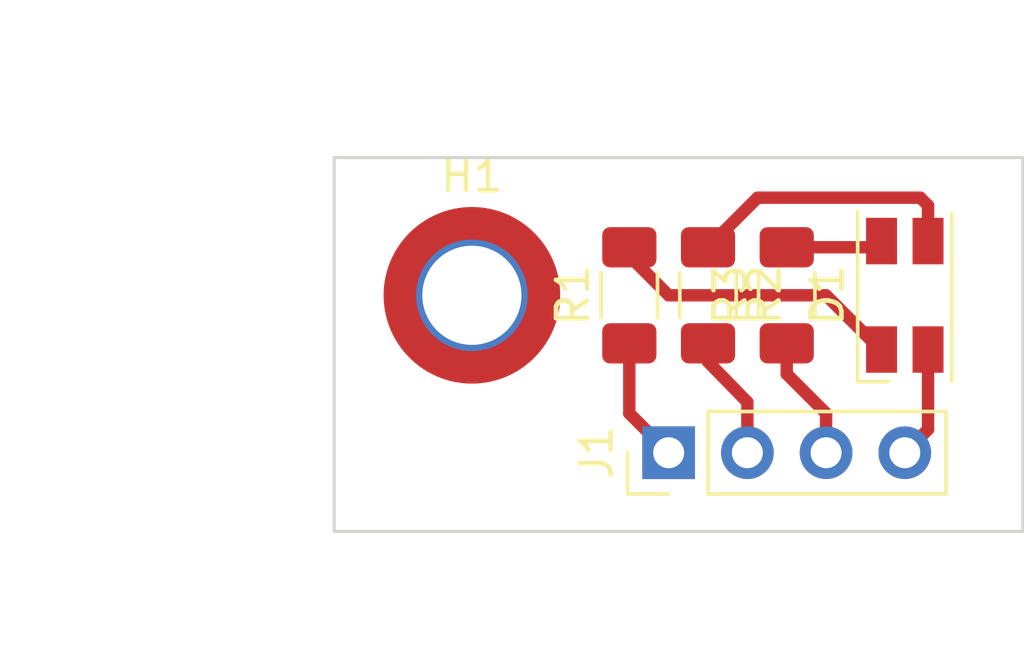
<source format=kicad_pcb>
(kicad_pcb (version 20221018) (generator pcbnew)
  (title_block (title "Beaucoup RGB") (date "2023-07-13") (rev "Rev A") (company "Santa Chiara Fab Lab") (comment 1 "Simone Guercio"))
  (layers (0 "F.Cu" signal) (31 "B.Cu" signal) (34 "B.Paste" user) (35 "F.Paste" user) (36 "B.SilkS" user "B.Silkscreen") (37 "F.SilkS" user "F.Silkscreen") (38 "B.Mask" user) (39 "F.Mask" user) (44 "Edge.Cuts" user))
  (net 0 "")
  (net 1 "Net-(D1-RK)")
  (net 2 "Net-(D1-A)")
  (net 3 "Net-(D1-BK)")
  (net 4 "Net-(D1-GK)")
  (net 5 "Net-(J1-Pin_1)")
  (net 6 "Net-(J1-Pin_2)")
  (net 7 "Net-(J1-Pin_3)")
  (footprint "Resistor_SMD:R_1206_3216Metric_Pad1.30x1.75mm_HandSolder" (layer "F.Cu") (at 161.29 96.52 90)
    (fp_text reference "R3" (at 0 -1.82 90) (layer "F.SilkS"))
    (fp_text value "R_Small_US")
    (fp_line (start -0.727064 -0.91) (end 0.727064 -0.91) (stroke (width 0.12)) (layer "F.SilkS"))
    (fp_line (start -0.727064 0.91) (end 0.727064 0.91) (stroke (width 0.12)) (layer "F.SilkS"))
    (pad "1" smd roundrect (at -1.55 0 90) (size 1.3 1.75) (layers "F.Cu" "F.Paste" "F.Mask") (roundrect_rratio 0.1923076923) (net 7 "Net-(J1-Pin_3)"))
    (pad "2" smd roundrect (at 1.55 0 90) (size 1.3 1.75) (layers "F.Cu" "F.Paste" "F.Mask") (roundrect_rratio 0.1923076923) (net 4 "Net-(D1-GK)"))
  )
  (footprint "Connector_PinHeader_2.54mm:PinHeader_1x04_P2.54mm_Vertical" (layer "F.Cu") (at 157.48 101.6 90)
    (fp_text reference "J1" (at 0 -2.33 90) (layer "F.SilkS"))
    (fp_text value "Conn_01x04_Pin")
    (fp_line (start -1.33 -1.33) (end 0 -1.33) (stroke (width 0.12)) (layer "F.SilkS"))
    (fp_line (start -1.33 0) (end -1.33 -1.33) (stroke (width 0.12)) (layer "F.SilkS"))
    (fp_line (start -1.33 1.27) (end -1.33 8.95) (stroke (width 0.12)) (layer "F.SilkS"))
    (fp_line (start -1.33 1.27) (end 1.33 1.27) (stroke (width 0.12)) (layer "F.SilkS"))
    (fp_line (start -1.33 8.95) (end 1.33 8.95) (stroke (width 0.12)) (layer "F.SilkS"))
    (fp_line (start 1.33 1.27) (end 1.33 8.95) (stroke (width 0.12)) (layer "F.SilkS"))
    (pad "1" thru_hole rect (at 0 0 90) (size 1.7 1.7) (drill 1) (layers "*.Cu" "*.Mask") (net 5 "Net-(J1-Pin_1)"))
    (pad "2" thru_hole oval (at 0 2.54 90) (size 1.7 1.7) (drill 1) (layers "*.Cu" "*.Mask") (net 6 "Net-(J1-Pin_2)"))
    (pad "3" thru_hole oval (at 0 5.08 90) (size 1.7 1.7) (drill 1) (layers "*.Cu" "*.Mask") (net 7 "Net-(J1-Pin_3)"))
    (pad "4" thru_hole oval (at 0 7.62 90) (size 1.7 1.7) (drill 1) (layers "*.Cu" "*.Mask") (net 2 "Net-(D1-A)"))
  )
  (footprint "fab:LED_RGB_CreeLED_CLV1A-FKB" (layer "F.Cu") (at 165.1 96.52 90)
    (fp_text reference "D1" (at 0 -2.5 90) (layer "F.SilkS"))
    (fp_text value "LED_RGB_CreeLED_PLCC4")
    (fp_line (start -2.79 -0.52) (end -2.79 -1.52) (stroke (width 0.12)) (layer "F.SilkS"))
    (fp_line (start 2.63 1.52) (end -2.77 1.52) (stroke (width 0.12)) (layer "F.SilkS"))
    (fp_line (start 2.71 -1.52) (end -2.79 -1.52) (stroke (width 0.12)) (layer "F.SilkS"))
    (pad "1" smd rect (at -1.75 -0.75 270) (size 1.5 1) (layers "F.Cu" "F.Paste" "F.Mask") (net 1 "Net-(D1-RK)"))
    (pad "2" smd rect (at -1.75 0.75 270) (size 1.5 1) (layers "F.Cu" "F.Paste" "F.Mask") (net 2 "Net-(D1-A)"))
    (pad "3" smd rect (at 1.75 0.75 270) (size 1.5 1) (layers "F.Cu" "F.Paste" "F.Mask") (net 3 "Net-(D1-BK)"))
    (pad "4" smd rect (at 1.75 -0.75 270) (size 1.5 1) (layers "F.Cu" "F.Paste" "F.Mask") (net 4 "Net-(D1-GK)"))
  )
  (footprint "Resistor_SMD:R_1206_3216Metric_Pad1.30x1.75mm_HandSolder" (layer "F.Cu") (at 156.21 96.52 90)
    (fp_text reference "R1" (at 0 -1.82 90) (layer "F.SilkS"))
    (fp_text value "R_Small_US")
    (fp_line (start -0.727064 -0.91) (end 0.727064 -0.91) (stroke (width 0.12)) (layer "F.SilkS"))
    (fp_line (start -0.727064 0.91) (end 0.727064 0.91) (stroke (width 0.12)) (layer "F.SilkS"))
    (pad "1" smd roundrect (at -1.55 0 90) (size 1.3 1.75) (layers "F.Cu" "F.Paste" "F.Mask") (roundrect_rratio 0.1923076923) (net 5 "Net-(J1-Pin_1)"))
    (pad "2" smd roundrect (at 1.55 0 90) (size 1.3 1.75) (layers "F.Cu" "F.Paste" "F.Mask") (roundrect_rratio 0.1923076923) (net 1 "Net-(D1-RK)"))
  )
  (footprint "MountingHole:MountingHole_3.2mm_M3_ISO7380_Pad_TopOnly" (layer "F.Cu") (at 151.13 96.52)
    (fp_text reference "H1" (at 0 -3.85) (layer "F.SilkS"))
    (fp_text value "MountingHole")
    (pad "1" thru_hole circle (at 0 0) (size 3.6 3.6) (drill 3.2) (layers "*.Cu" "*.Mask"))
    (pad "1" connect circle (at 0 0) (size 5.7 5.7) (layers "F.Cu" "F.Mask"))
  )
  (footprint "Resistor_SMD:R_1206_3216Metric_Pad1.30x1.75mm_HandSolder" (layer "F.Cu") (at 158.75 96.52 -90)
    (fp_text reference "R2" (at 0 -1.82 90) (layer "F.SilkS"))
    (fp_text value "R_Small_US")
    (fp_line (start -0.727064 -0.91) (end 0.727064 -0.91) (stroke (width 0.12)) (layer "F.SilkS"))
    (fp_line (start -0.727064 0.91) (end 0.727064 0.91) (stroke (width 0.12)) (layer "F.SilkS"))
    (pad "1" smd roundrect (at -1.55 0 270) (size 1.3 1.75) (layers "F.Cu" "F.Paste" "F.Mask") (roundrect_rratio 0.1923076923) (net 3 "Net-(D1-BK)"))
    (pad "2" smd roundrect (at 1.55 0 270) (size 1.3 1.75) (layers "F.Cu" "F.Paste" "F.Mask") (roundrect_rratio 0.1923076923) (net 6 "Net-(J1-Pin_2)"))
  )
  (gr_rect (start 146.685 92.075) (end 168.91 104.14) (stroke (width 0.1)) (fill none) (layer "Edge.Cuts"))
  (segment (start 156.21 95.25) (end 157.48 96.52) (width 0.4) (layer "F.Cu") (net 1))
  (segment (start 164.31 98.27) (end 164.35 98.27) (width 0.4) (layer "F.Cu") (net 1))
  (segment (start 162.56 96.52) (end 164.31 98.27) (width 0.4) (layer "F.Cu") (net 1))
  (segment (start 156.21 94.97) (end 156.21 95.25) (width 0.4) (layer "F.Cu") (net 1))
  (segment (start 157.48 96.52) (end 162.56 96.52) (width 0.4) (layer "F.Cu") (net 1))
  (segment (start 165.85 100.85) (end 165.85 98.27) (width 0.4) (layer "F.Cu") (net 2))
  (segment (start 165.1 101.6) (end 165.85 100.85) (width 0.4) (layer "F.Cu") (net 2))
  (segment (start 165.85 93.62) (end 165.85 94.77) (width 0.4) (layer "F.Cu") (net 3))
  (segment (start 160.35 93.37) (end 165.6 93.37) (width 0.4) (layer "F.Cu") (net 3))
  (segment (start 158.75 94.97) (end 160.35 93.37) (width 0.4) (layer "F.Cu") (net 3))
  (segment (start 165.6 93.37) (end 165.85 93.62) (width 0.4) (layer "F.Cu") (net 3))
  (segment (start 161.29 94.97) (end 164.15 94.97) (width 0.4) (layer "F.Cu") (net 4))
  (segment (start 164.15 94.97) (end 164.35 94.77) (width 0.4) (layer "F.Cu") (net 4))
  (segment (start 157.48 101.6) (end 156.21 100.33) (width 0.4) (layer "F.Cu") (net 5))
  (segment (start 156.21 100.33) (end 156.21 98.07) (width 0.4) (layer "F.Cu") (net 5))
  (segment (start 158.75 98.07) (end 158.75 98.663972) (width 0.4) (layer "F.Cu") (net 6))
  (segment (start 160.02 99.966985) (end 160.02 101.6) (width 0.4) (layer "F.Cu") (net 6))
  (segment (start 158.75 98.663972) (end 160.02 99.966985) (width 0.4) (layer "F.Cu") (net 6))
  (segment (start 161.29 98.07) (end 161.29 99.06) (width 0.4) (layer "F.Cu") (net 7))
  (segment (start 161.29 99.06) (end 162.56 100.33) (width 0.4) (layer "F.Cu") (net 7))
  (segment (start 162.56 100.33) (end 162.56 101.6) (width 0.4) (layer "F.Cu") (net 7))
)
</source>
